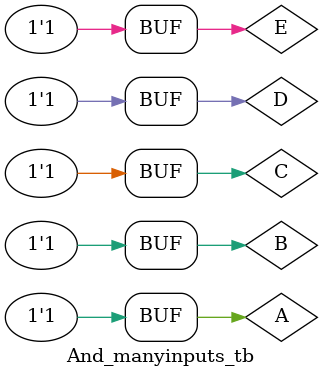
<source format=v>
module And_manyinputs(A,B,C,D,E,out);
input A,B,C,D,E;
output out;
and a1(out,A,B,C,D,E);
endmodule
module And_manyinputs_tb;
reg A,B,C,D,E;
wire out;
And_manyinputs a1(A,B,C,D,E,out);
initial begin
    $monitor("Time=%0t, A=%b, B=%b, C=%b, D=%b, E=%b, out=%b", $time, A,B,C,D,E,out);
    #10 A=1;B=1;C=1;D=0;E=0;
    #10 A=0;B=1;C=1;D=0;E=0;
    #10 A=0;B=1;C=0;D=0;E=1;
    #10 A=0;B=1;C=1;D=1;E=1;
    #10 A=1;B=1;C=1;D=1;E=1;
end 
endmodule
</source>
